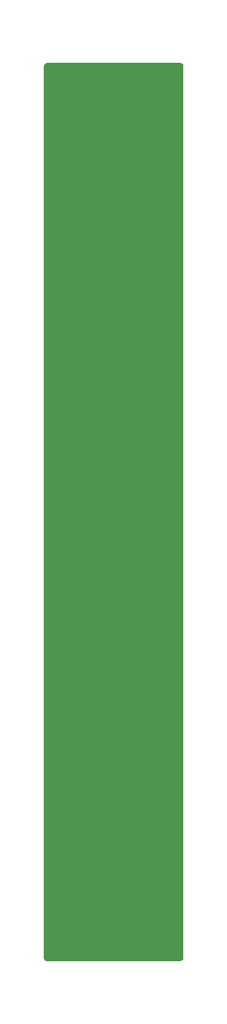
<source format=gbr>
%TF.GenerationSoftware,KiCad,Pcbnew,(6.0.9)*%
%TF.CreationDate,2023-01-29T17:10:54+01:00*%
%TF.ProjectId,mxr_face_plate,6d78725f-6661-4636-955f-706c6174652e,rev?*%
%TF.SameCoordinates,Original*%
%TF.FileFunction,Copper,L1,Top*%
%TF.FilePolarity,Positive*%
%FSLAX46Y46*%
G04 Gerber Fmt 4.6, Leading zero omitted, Abs format (unit mm)*
G04 Created by KiCad (PCBNEW (6.0.9)) date 2023-01-29 17:10:54*
%MOMM*%
%LPD*%
G01*
G04 APERTURE LIST*
%TA.AperFunction,ComponentPad*%
%ADD10C,11.000000*%
%TD*%
%TA.AperFunction,ComponentPad*%
%ADD11C,9.000000*%
%TD*%
%TA.AperFunction,ComponentPad*%
%ADD12O,8.400000X5.000000*%
%TD*%
G04 APERTURE END LIST*
D10*
%TO.P,H101,1,1*%
%TO.N,GND*%
X50000000Y-51000000D03*
%TD*%
D11*
%TO.P,H107,1,1*%
%TO.N,GND*%
X45000000Y-133000000D03*
%TD*%
%TO.P,H108,1,1*%
%TO.N,GND*%
X55000000Y-133000000D03*
%TD*%
D12*
%TO.P,F1,1,GND*%
%TO.N,GND*%
X52540000Y-161250000D03*
X47460000Y-38750000D03*
%TD*%
D11*
%TO.P,H109,1,1*%
%TO.N,GND*%
X55000000Y-146000000D03*
%TD*%
%TO.P,H105,1,1*%
%TO.N,GND*%
X45000000Y-120040000D03*
%TD*%
%TO.P,H106,1,1*%
%TO.N,GND*%
X55000000Y-120040000D03*
%TD*%
D10*
%TO.P,H103,1,1*%
%TO.N,GND*%
X50000000Y-85000000D03*
%TD*%
%TO.P,H102,1,1*%
%TO.N,GND*%
X50000000Y-68000000D03*
%TD*%
%TO.P,H104,1,1*%
%TO.N,GND*%
X50000000Y-102000000D03*
%TD*%
%TA.AperFunction,Conductor*%
%TO.N,GND*%
G36*
X59499874Y-35751030D02*
G01*
X59500000Y-35751082D01*
X59500096Y-35751043D01*
X59500653Y-35751074D01*
X59552569Y-35756924D01*
X59552786Y-35756950D01*
X59614916Y-35765129D01*
X59617253Y-35765686D01*
X59674248Y-35785630D01*
X59674861Y-35785864D01*
X59728187Y-35807952D01*
X59729935Y-35808854D01*
X59743116Y-35817136D01*
X59781742Y-35841406D01*
X59782615Y-35842013D01*
X59827799Y-35876685D01*
X59828949Y-35877694D01*
X59872306Y-35921051D01*
X59873314Y-35922200D01*
X59907981Y-35967378D01*
X59908594Y-35968258D01*
X59932864Y-36006884D01*
X59941146Y-36020065D01*
X59942048Y-36021813D01*
X59964136Y-36075139D01*
X59964370Y-36075752D01*
X59984314Y-36132747D01*
X59984871Y-36135084D01*
X59993050Y-36197214D01*
X59993076Y-36197431D01*
X59998926Y-36249347D01*
X59998957Y-36249904D01*
X59998918Y-36250000D01*
X59998970Y-36250126D01*
X59999000Y-36250657D01*
X59999000Y-163749343D01*
X59998970Y-163749874D01*
X59998918Y-163750000D01*
X59998957Y-163750096D01*
X59998926Y-163750653D01*
X59993076Y-163802569D01*
X59993050Y-163802786D01*
X59984871Y-163864916D01*
X59984314Y-163867253D01*
X59964370Y-163924248D01*
X59964136Y-163924861D01*
X59942048Y-163978187D01*
X59941146Y-163979935D01*
X59932864Y-163993116D01*
X59908594Y-164031742D01*
X59907987Y-164032615D01*
X59873315Y-164077799D01*
X59872306Y-164078949D01*
X59828949Y-164122306D01*
X59827800Y-164123314D01*
X59782615Y-164157987D01*
X59781742Y-164158594D01*
X59743116Y-164182864D01*
X59729935Y-164191146D01*
X59728187Y-164192048D01*
X59674861Y-164214136D01*
X59674248Y-164214370D01*
X59617253Y-164234314D01*
X59614916Y-164234871D01*
X59552786Y-164243050D01*
X59552569Y-164243076D01*
X59500653Y-164248926D01*
X59500096Y-164248957D01*
X59500000Y-164248918D01*
X59499874Y-164248970D01*
X59499343Y-164249000D01*
X40500657Y-164249000D01*
X40500126Y-164248970D01*
X40500000Y-164248918D01*
X40499904Y-164248957D01*
X40499347Y-164248926D01*
X40447434Y-164243077D01*
X40447217Y-164243051D01*
X40447209Y-164243050D01*
X40385082Y-164234871D01*
X40382746Y-164234314D01*
X40325762Y-164214374D01*
X40325149Y-164214140D01*
X40313066Y-164209135D01*
X40271806Y-164192044D01*
X40270061Y-164191144D01*
X40218265Y-164158598D01*
X40217388Y-164157988D01*
X40172200Y-164123314D01*
X40171050Y-164122305D01*
X40127695Y-164078950D01*
X40126686Y-164077800D01*
X40126685Y-164077799D01*
X40092012Y-164032612D01*
X40091402Y-164031735D01*
X40058854Y-163979935D01*
X40057954Y-163978191D01*
X40057953Y-163978187D01*
X40035860Y-163924851D01*
X40035626Y-163924238D01*
X40015686Y-163867254D01*
X40015129Y-163864917D01*
X40006949Y-163802783D01*
X40006923Y-163802566D01*
X40001074Y-163750653D01*
X40001043Y-163750096D01*
X40001082Y-163750000D01*
X40001030Y-163749874D01*
X40001000Y-163749343D01*
X40001000Y-36250657D01*
X40001030Y-36250126D01*
X40001082Y-36250000D01*
X40001043Y-36249904D01*
X40001074Y-36249347D01*
X40006923Y-36197434D01*
X40006949Y-36197217D01*
X40015129Y-36135083D01*
X40015686Y-36132746D01*
X40035626Y-36075762D01*
X40035860Y-36075149D01*
X40040865Y-36063066D01*
X40057956Y-36021806D01*
X40058856Y-36020061D01*
X40091402Y-35968265D01*
X40092012Y-35967388D01*
X40126686Y-35922200D01*
X40127695Y-35921050D01*
X40171050Y-35877695D01*
X40172200Y-35876686D01*
X40172201Y-35876685D01*
X40217388Y-35842012D01*
X40218272Y-35841397D01*
X40270065Y-35808854D01*
X40271806Y-35807956D01*
X40325149Y-35785860D01*
X40325762Y-35785626D01*
X40382746Y-35765686D01*
X40385082Y-35765129D01*
X40447218Y-35756949D01*
X40447434Y-35756923D01*
X40499347Y-35751074D01*
X40499904Y-35751043D01*
X40500000Y-35751082D01*
X40500126Y-35751030D01*
X40500657Y-35751000D01*
X59499343Y-35751000D01*
X59499874Y-35751030D01*
G37*
%TD.AperFunction*%
%TD*%
M02*

</source>
